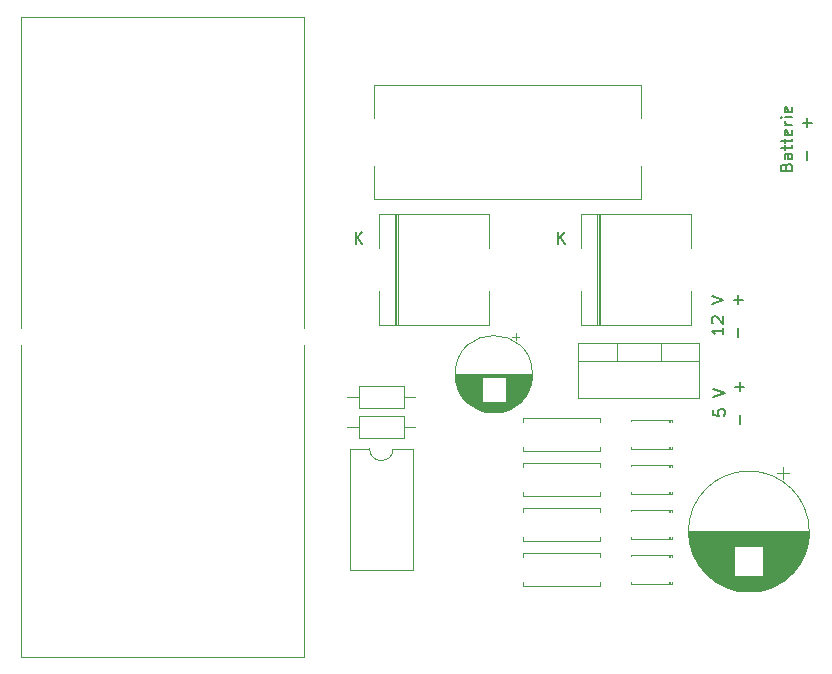
<source format=gto>
G04 #@! TF.GenerationSoftware,KiCad,Pcbnew,5.1.5+dfsg1-2build2*
G04 #@! TF.CreationDate,2020-11-09T00:04:35+01:00*
G04 #@! TF.ProjectId,power-supply,706f7765-722d-4737-9570-706c792e6b69,rev?*
G04 #@! TF.SameCoordinates,PX292dfe0PY1f3f830*
G04 #@! TF.FileFunction,Legend,Top*
G04 #@! TF.FilePolarity,Positive*
%FSLAX46Y46*%
G04 Gerber Fmt 4.6, Leading zero omitted, Abs format (unit mm)*
G04 Created by KiCad (PCBNEW 5.1.5+dfsg1-2build2) date 2020-11-09 00:04:35*
%MOMM*%
%LPD*%
G04 APERTURE LIST*
%ADD10C,0.150000*%
%ADD11C,0.120000*%
G04 APERTURE END LIST*
D10*
X61111380Y-33464428D02*
X61111380Y-33940619D01*
X61587571Y-33988238D01*
X61539952Y-33940619D01*
X61492333Y-33845380D01*
X61492333Y-33607285D01*
X61539952Y-33512047D01*
X61587571Y-33464428D01*
X61682809Y-33416809D01*
X61920904Y-33416809D01*
X62016142Y-33464428D01*
X62063761Y-33512047D01*
X62111380Y-33607285D01*
X62111380Y-33845380D01*
X62063761Y-33940619D01*
X62016142Y-33988238D01*
X61111380Y-32369190D02*
X62111380Y-32035857D01*
X61111380Y-31702523D01*
X63380428Y-34654904D02*
X63380428Y-33893000D01*
X63380428Y-31893000D02*
X63380428Y-31131095D01*
X63761380Y-31512047D02*
X62999476Y-31512047D01*
X61984380Y-26527000D02*
X61984380Y-27098428D01*
X61984380Y-26812714D02*
X60984380Y-26812714D01*
X61127238Y-26907952D01*
X61222476Y-27003190D01*
X61270095Y-27098428D01*
X61079619Y-26146047D02*
X61032000Y-26098428D01*
X60984380Y-26003190D01*
X60984380Y-25765095D01*
X61032000Y-25669857D01*
X61079619Y-25622238D01*
X61174857Y-25574619D01*
X61270095Y-25574619D01*
X61412952Y-25622238D01*
X61984380Y-26193666D01*
X61984380Y-25574619D01*
X60984380Y-24527000D02*
X61984380Y-24193666D01*
X60984380Y-23860333D01*
X63253428Y-27288904D02*
X63253428Y-26527000D01*
X63253428Y-24527000D02*
X63253428Y-23765095D01*
X63634380Y-24146047D02*
X62872476Y-24146047D01*
X67302571Y-12898142D02*
X67350190Y-12755285D01*
X67397809Y-12707666D01*
X67493047Y-12660047D01*
X67635904Y-12660047D01*
X67731142Y-12707666D01*
X67778761Y-12755285D01*
X67826380Y-12850523D01*
X67826380Y-13231476D01*
X66826380Y-13231476D01*
X66826380Y-12898142D01*
X66874000Y-12802904D01*
X66921619Y-12755285D01*
X67016857Y-12707666D01*
X67112095Y-12707666D01*
X67207333Y-12755285D01*
X67254952Y-12802904D01*
X67302571Y-12898142D01*
X67302571Y-13231476D01*
X67826380Y-11802904D02*
X67302571Y-11802904D01*
X67207333Y-11850523D01*
X67159714Y-11945761D01*
X67159714Y-12136238D01*
X67207333Y-12231476D01*
X67778761Y-11802904D02*
X67826380Y-11898142D01*
X67826380Y-12136238D01*
X67778761Y-12231476D01*
X67683523Y-12279095D01*
X67588285Y-12279095D01*
X67493047Y-12231476D01*
X67445428Y-12136238D01*
X67445428Y-11898142D01*
X67397809Y-11802904D01*
X67159714Y-11469571D02*
X67159714Y-11088619D01*
X66826380Y-11326714D02*
X67683523Y-11326714D01*
X67778761Y-11279095D01*
X67826380Y-11183857D01*
X67826380Y-11088619D01*
X67159714Y-10898142D02*
X67159714Y-10517190D01*
X66826380Y-10755285D02*
X67683523Y-10755285D01*
X67778761Y-10707666D01*
X67826380Y-10612428D01*
X67826380Y-10517190D01*
X67778761Y-9802904D02*
X67826380Y-9898142D01*
X67826380Y-10088619D01*
X67778761Y-10183857D01*
X67683523Y-10231476D01*
X67302571Y-10231476D01*
X67207333Y-10183857D01*
X67159714Y-10088619D01*
X67159714Y-9898142D01*
X67207333Y-9802904D01*
X67302571Y-9755285D01*
X67397809Y-9755285D01*
X67493047Y-10231476D01*
X67826380Y-9326714D02*
X67159714Y-9326714D01*
X67350190Y-9326714D02*
X67254952Y-9279095D01*
X67207333Y-9231476D01*
X67159714Y-9136238D01*
X67159714Y-9041000D01*
X67826380Y-8707666D02*
X67159714Y-8707666D01*
X66826380Y-8707666D02*
X66874000Y-8755285D01*
X66921619Y-8707666D01*
X66874000Y-8660047D01*
X66826380Y-8707666D01*
X66921619Y-8707666D01*
X67778761Y-7850523D02*
X67826380Y-7945761D01*
X67826380Y-8136238D01*
X67778761Y-8231476D01*
X67683523Y-8279095D01*
X67302571Y-8279095D01*
X67207333Y-8231476D01*
X67159714Y-8136238D01*
X67159714Y-7945761D01*
X67207333Y-7850523D01*
X67302571Y-7802904D01*
X67397809Y-7802904D01*
X67493047Y-8279095D01*
X69095428Y-12302904D02*
X69095428Y-11541000D01*
X69095428Y-9541000D02*
X69095428Y-8779095D01*
X69476380Y-9160047D02*
X68714476Y-9160047D01*
D11*
X57590000Y-48250000D02*
X54170000Y-48250000D01*
X57590000Y-45730000D02*
X54170000Y-45730000D01*
X57590000Y-48250000D02*
X57590000Y-48070000D01*
X57590000Y-45910000D02*
X57590000Y-45730000D01*
X54170000Y-48250000D02*
X54170000Y-48085000D01*
X54170000Y-45895000D02*
X54170000Y-45730000D01*
X57470000Y-48250000D02*
X57470000Y-48070000D01*
X57470000Y-45910000D02*
X57470000Y-45730000D01*
X57350000Y-48250000D02*
X57350000Y-48070000D01*
X57350000Y-45910000D02*
X57350000Y-45730000D01*
X57590000Y-44440000D02*
X54170000Y-44440000D01*
X57590000Y-41920000D02*
X54170000Y-41920000D01*
X57590000Y-44440000D02*
X57590000Y-44260000D01*
X57590000Y-42100000D02*
X57590000Y-41920000D01*
X54170000Y-44440000D02*
X54170000Y-44275000D01*
X54170000Y-42085000D02*
X54170000Y-41920000D01*
X57470000Y-44440000D02*
X57470000Y-44260000D01*
X57470000Y-42100000D02*
X57470000Y-41920000D01*
X57350000Y-44440000D02*
X57350000Y-44260000D01*
X57350000Y-42100000D02*
X57350000Y-41920000D01*
X57350000Y-34480000D02*
X57350000Y-34300000D01*
X57350000Y-36820000D02*
X57350000Y-36640000D01*
X57470000Y-34480000D02*
X57470000Y-34300000D01*
X57470000Y-36820000D02*
X57470000Y-36640000D01*
X54170000Y-34465000D02*
X54170000Y-34300000D01*
X54170000Y-36820000D02*
X54170000Y-36655000D01*
X57590000Y-34480000D02*
X57590000Y-34300000D01*
X57590000Y-36820000D02*
X57590000Y-36640000D01*
X57590000Y-34300000D02*
X54170000Y-34300000D01*
X57590000Y-36820000D02*
X54170000Y-36820000D01*
X57350000Y-38290000D02*
X57350000Y-38110000D01*
X57350000Y-40630000D02*
X57350000Y-40450000D01*
X57470000Y-38290000D02*
X57470000Y-38110000D01*
X57470000Y-40630000D02*
X57470000Y-40450000D01*
X54170000Y-38275000D02*
X54170000Y-38110000D01*
X54170000Y-40630000D02*
X54170000Y-40465000D01*
X57590000Y-38290000D02*
X57590000Y-38110000D01*
X57590000Y-40630000D02*
X57590000Y-40450000D01*
X57590000Y-38110000D02*
X54170000Y-38110000D01*
X57590000Y-40630000D02*
X54170000Y-40630000D01*
X54985000Y-15595000D02*
X54985000Y-12795000D01*
X54985000Y-8795000D02*
X54985000Y-5995000D01*
X32385000Y-8795000D02*
X32385000Y-5995000D01*
X32385000Y-5995000D02*
X54985000Y-5995000D01*
X32385000Y-15595000D02*
X54985000Y-15595000D01*
X32385000Y-15595000D02*
X32385000Y-12795000D01*
X34020000Y-36770000D02*
G75*
G02X32020000Y-36770000I-1000000J0D01*
G01*
X32020000Y-36770000D02*
X30370000Y-36770000D01*
X30370000Y-36770000D02*
X30370000Y-47050000D01*
X30370000Y-47050000D02*
X35670000Y-47050000D01*
X35670000Y-47050000D02*
X35670000Y-36770000D01*
X35670000Y-36770000D02*
X34020000Y-36770000D01*
X51530000Y-44550000D02*
X51530000Y-44220000D01*
X44990000Y-44550000D02*
X51530000Y-44550000D01*
X44990000Y-44220000D02*
X44990000Y-44550000D01*
X51530000Y-41810000D02*
X51530000Y-42140000D01*
X44990000Y-41810000D02*
X51530000Y-41810000D01*
X44990000Y-42140000D02*
X44990000Y-41810000D01*
X51530000Y-48360000D02*
X51530000Y-48030000D01*
X44990000Y-48360000D02*
X51530000Y-48360000D01*
X44990000Y-48030000D02*
X44990000Y-48360000D01*
X51530000Y-45620000D02*
X51530000Y-45950000D01*
X44990000Y-45620000D02*
X51530000Y-45620000D01*
X44990000Y-45950000D02*
X44990000Y-45620000D01*
X51530000Y-40410000D02*
X51530000Y-40740000D01*
X51530000Y-40740000D02*
X44990000Y-40740000D01*
X44990000Y-40740000D02*
X44990000Y-40410000D01*
X51530000Y-38330000D02*
X51530000Y-38000000D01*
X51530000Y-38000000D02*
X44990000Y-38000000D01*
X44990000Y-38000000D02*
X44990000Y-38330000D01*
X44990000Y-34520000D02*
X44990000Y-34190000D01*
X44990000Y-34190000D02*
X51530000Y-34190000D01*
X51530000Y-34190000D02*
X51530000Y-34520000D01*
X44990000Y-36600000D02*
X44990000Y-36930000D01*
X44990000Y-36930000D02*
X51530000Y-36930000D01*
X51530000Y-36930000D02*
X51530000Y-36600000D01*
X30150000Y-32385000D02*
X31100000Y-32385000D01*
X35890000Y-32385000D02*
X34940000Y-32385000D01*
X31100000Y-33305000D02*
X34940000Y-33305000D01*
X31100000Y-31465000D02*
X31100000Y-33305000D01*
X34940000Y-31465000D02*
X31100000Y-31465000D01*
X34940000Y-33305000D02*
X34940000Y-31465000D01*
X31100000Y-34005000D02*
X31100000Y-35845000D01*
X31100000Y-35845000D02*
X34940000Y-35845000D01*
X34940000Y-35845000D02*
X34940000Y-34005000D01*
X34940000Y-34005000D02*
X31100000Y-34005000D01*
X30150000Y-34925000D02*
X31100000Y-34925000D01*
X35890000Y-34925000D02*
X34940000Y-34925000D01*
X45815000Y-30460000D02*
G75*
G03X45815000Y-30460000I-3270000J0D01*
G01*
X45775000Y-30460000D02*
X39315000Y-30460000D01*
X45775000Y-30500000D02*
X39315000Y-30500000D01*
X45775000Y-30540000D02*
X39315000Y-30540000D01*
X45773000Y-30580000D02*
X39317000Y-30580000D01*
X45772000Y-30620000D02*
X39318000Y-30620000D01*
X45769000Y-30660000D02*
X39321000Y-30660000D01*
X45767000Y-30700000D02*
X43585000Y-30700000D01*
X41505000Y-30700000D02*
X39323000Y-30700000D01*
X45763000Y-30740000D02*
X43585000Y-30740000D01*
X41505000Y-30740000D02*
X39327000Y-30740000D01*
X45760000Y-30780000D02*
X43585000Y-30780000D01*
X41505000Y-30780000D02*
X39330000Y-30780000D01*
X45756000Y-30820000D02*
X43585000Y-30820000D01*
X41505000Y-30820000D02*
X39334000Y-30820000D01*
X45751000Y-30860000D02*
X43585000Y-30860000D01*
X41505000Y-30860000D02*
X39339000Y-30860000D01*
X45746000Y-30900000D02*
X43585000Y-30900000D01*
X41505000Y-30900000D02*
X39344000Y-30900000D01*
X45740000Y-30940000D02*
X43585000Y-30940000D01*
X41505000Y-30940000D02*
X39350000Y-30940000D01*
X45734000Y-30980000D02*
X43585000Y-30980000D01*
X41505000Y-30980000D02*
X39356000Y-30980000D01*
X45727000Y-31020000D02*
X43585000Y-31020000D01*
X41505000Y-31020000D02*
X39363000Y-31020000D01*
X45720000Y-31060000D02*
X43585000Y-31060000D01*
X41505000Y-31060000D02*
X39370000Y-31060000D01*
X45712000Y-31100000D02*
X43585000Y-31100000D01*
X41505000Y-31100000D02*
X39378000Y-31100000D01*
X45704000Y-31140000D02*
X43585000Y-31140000D01*
X41505000Y-31140000D02*
X39386000Y-31140000D01*
X45695000Y-31181000D02*
X43585000Y-31181000D01*
X41505000Y-31181000D02*
X39395000Y-31181000D01*
X45686000Y-31221000D02*
X43585000Y-31221000D01*
X41505000Y-31221000D02*
X39404000Y-31221000D01*
X45676000Y-31261000D02*
X43585000Y-31261000D01*
X41505000Y-31261000D02*
X39414000Y-31261000D01*
X45666000Y-31301000D02*
X43585000Y-31301000D01*
X41505000Y-31301000D02*
X39424000Y-31301000D01*
X45655000Y-31341000D02*
X43585000Y-31341000D01*
X41505000Y-31341000D02*
X39435000Y-31341000D01*
X45643000Y-31381000D02*
X43585000Y-31381000D01*
X41505000Y-31381000D02*
X39447000Y-31381000D01*
X45631000Y-31421000D02*
X43585000Y-31421000D01*
X41505000Y-31421000D02*
X39459000Y-31421000D01*
X45619000Y-31461000D02*
X43585000Y-31461000D01*
X41505000Y-31461000D02*
X39471000Y-31461000D01*
X45606000Y-31501000D02*
X43585000Y-31501000D01*
X41505000Y-31501000D02*
X39484000Y-31501000D01*
X45592000Y-31541000D02*
X43585000Y-31541000D01*
X41505000Y-31541000D02*
X39498000Y-31541000D01*
X45578000Y-31581000D02*
X43585000Y-31581000D01*
X41505000Y-31581000D02*
X39512000Y-31581000D01*
X45563000Y-31621000D02*
X43585000Y-31621000D01*
X41505000Y-31621000D02*
X39527000Y-31621000D01*
X45547000Y-31661000D02*
X43585000Y-31661000D01*
X41505000Y-31661000D02*
X39543000Y-31661000D01*
X45531000Y-31701000D02*
X43585000Y-31701000D01*
X41505000Y-31701000D02*
X39559000Y-31701000D01*
X45515000Y-31741000D02*
X43585000Y-31741000D01*
X41505000Y-31741000D02*
X39575000Y-31741000D01*
X45497000Y-31781000D02*
X43585000Y-31781000D01*
X41505000Y-31781000D02*
X39593000Y-31781000D01*
X45479000Y-31821000D02*
X43585000Y-31821000D01*
X41505000Y-31821000D02*
X39611000Y-31821000D01*
X45461000Y-31861000D02*
X43585000Y-31861000D01*
X41505000Y-31861000D02*
X39629000Y-31861000D01*
X45441000Y-31901000D02*
X43585000Y-31901000D01*
X41505000Y-31901000D02*
X39649000Y-31901000D01*
X45421000Y-31941000D02*
X43585000Y-31941000D01*
X41505000Y-31941000D02*
X39669000Y-31941000D01*
X45401000Y-31981000D02*
X43585000Y-31981000D01*
X41505000Y-31981000D02*
X39689000Y-31981000D01*
X45379000Y-32021000D02*
X43585000Y-32021000D01*
X41505000Y-32021000D02*
X39711000Y-32021000D01*
X45357000Y-32061000D02*
X43585000Y-32061000D01*
X41505000Y-32061000D02*
X39733000Y-32061000D01*
X45335000Y-32101000D02*
X43585000Y-32101000D01*
X41505000Y-32101000D02*
X39755000Y-32101000D01*
X45311000Y-32141000D02*
X43585000Y-32141000D01*
X41505000Y-32141000D02*
X39779000Y-32141000D01*
X45287000Y-32181000D02*
X43585000Y-32181000D01*
X41505000Y-32181000D02*
X39803000Y-32181000D01*
X45261000Y-32221000D02*
X43585000Y-32221000D01*
X41505000Y-32221000D02*
X39829000Y-32221000D01*
X45235000Y-32261000D02*
X43585000Y-32261000D01*
X41505000Y-32261000D02*
X39855000Y-32261000D01*
X45209000Y-32301000D02*
X43585000Y-32301000D01*
X41505000Y-32301000D02*
X39881000Y-32301000D01*
X45181000Y-32341000D02*
X43585000Y-32341000D01*
X41505000Y-32341000D02*
X39909000Y-32341000D01*
X45152000Y-32381000D02*
X43585000Y-32381000D01*
X41505000Y-32381000D02*
X39938000Y-32381000D01*
X45123000Y-32421000D02*
X43585000Y-32421000D01*
X41505000Y-32421000D02*
X39967000Y-32421000D01*
X45093000Y-32461000D02*
X43585000Y-32461000D01*
X41505000Y-32461000D02*
X39997000Y-32461000D01*
X45061000Y-32501000D02*
X43585000Y-32501000D01*
X41505000Y-32501000D02*
X40029000Y-32501000D01*
X45029000Y-32541000D02*
X43585000Y-32541000D01*
X41505000Y-32541000D02*
X40061000Y-32541000D01*
X44995000Y-32581000D02*
X43585000Y-32581000D01*
X41505000Y-32581000D02*
X40095000Y-32581000D01*
X44961000Y-32621000D02*
X43585000Y-32621000D01*
X41505000Y-32621000D02*
X40129000Y-32621000D01*
X44925000Y-32661000D02*
X43585000Y-32661000D01*
X41505000Y-32661000D02*
X40165000Y-32661000D01*
X44888000Y-32701000D02*
X43585000Y-32701000D01*
X41505000Y-32701000D02*
X40202000Y-32701000D01*
X44850000Y-32741000D02*
X43585000Y-32741000D01*
X41505000Y-32741000D02*
X40240000Y-32741000D01*
X44810000Y-32781000D02*
X40280000Y-32781000D01*
X44769000Y-32821000D02*
X40321000Y-32821000D01*
X44727000Y-32861000D02*
X40363000Y-32861000D01*
X44682000Y-32901000D02*
X40408000Y-32901000D01*
X44637000Y-32941000D02*
X40453000Y-32941000D01*
X44589000Y-32981000D02*
X40501000Y-32981000D01*
X44540000Y-33021000D02*
X40550000Y-33021000D01*
X44489000Y-33061000D02*
X40601000Y-33061000D01*
X44435000Y-33101000D02*
X40655000Y-33101000D01*
X44379000Y-33141000D02*
X40711000Y-33141000D01*
X44321000Y-33181000D02*
X40769000Y-33181000D01*
X44259000Y-33221000D02*
X40831000Y-33221000D01*
X44195000Y-33261000D02*
X40895000Y-33261000D01*
X44126000Y-33301000D02*
X40964000Y-33301000D01*
X44054000Y-33341000D02*
X41036000Y-33341000D01*
X43977000Y-33381000D02*
X41113000Y-33381000D01*
X43895000Y-33421000D02*
X41195000Y-33421000D01*
X43807000Y-33461000D02*
X41283000Y-33461000D01*
X43710000Y-33501000D02*
X41380000Y-33501000D01*
X43604000Y-33541000D02*
X41486000Y-33541000D01*
X43485000Y-33581000D02*
X41605000Y-33581000D01*
X43347000Y-33621000D02*
X41743000Y-33621000D01*
X43178000Y-33661000D02*
X41912000Y-33661000D01*
X42947000Y-33701000D02*
X42143000Y-33701000D01*
X44384000Y-26959759D02*
X44384000Y-27589759D01*
X44699000Y-27274759D02*
X44069000Y-27274759D01*
X69255000Y-43775000D02*
G75*
G03X69255000Y-43775000I-5120000J0D01*
G01*
X69215000Y-43775000D02*
X59055000Y-43775000D01*
X69215000Y-43815000D02*
X59055000Y-43815000D01*
X69215000Y-43855000D02*
X59055000Y-43855000D01*
X69214000Y-43895000D02*
X59056000Y-43895000D01*
X69213000Y-43935000D02*
X59057000Y-43935000D01*
X69212000Y-43975000D02*
X59058000Y-43975000D01*
X69210000Y-44015000D02*
X59060000Y-44015000D01*
X69208000Y-44055000D02*
X59062000Y-44055000D01*
X69205000Y-44095000D02*
X59065000Y-44095000D01*
X69203000Y-44135000D02*
X59067000Y-44135000D01*
X69200000Y-44175000D02*
X59070000Y-44175000D01*
X69197000Y-44215000D02*
X59073000Y-44215000D01*
X69193000Y-44255000D02*
X59077000Y-44255000D01*
X69189000Y-44295000D02*
X59081000Y-44295000D01*
X69185000Y-44335000D02*
X59085000Y-44335000D01*
X69180000Y-44375000D02*
X59090000Y-44375000D01*
X69175000Y-44415000D02*
X59095000Y-44415000D01*
X69170000Y-44455000D02*
X59100000Y-44455000D01*
X69165000Y-44496000D02*
X59105000Y-44496000D01*
X69159000Y-44536000D02*
X59111000Y-44536000D01*
X69153000Y-44576000D02*
X59117000Y-44576000D01*
X69146000Y-44616000D02*
X59124000Y-44616000D01*
X69139000Y-44656000D02*
X59131000Y-44656000D01*
X69132000Y-44696000D02*
X59138000Y-44696000D01*
X69125000Y-44736000D02*
X59145000Y-44736000D01*
X69117000Y-44776000D02*
X59153000Y-44776000D01*
X69109000Y-44816000D02*
X59161000Y-44816000D01*
X69100000Y-44856000D02*
X59170000Y-44856000D01*
X69091000Y-44896000D02*
X59179000Y-44896000D01*
X69082000Y-44936000D02*
X59188000Y-44936000D01*
X69073000Y-44976000D02*
X59197000Y-44976000D01*
X69063000Y-45016000D02*
X59207000Y-45016000D01*
X69053000Y-45056000D02*
X65376000Y-45056000D01*
X62894000Y-45056000D02*
X59217000Y-45056000D01*
X69042000Y-45096000D02*
X65376000Y-45096000D01*
X62894000Y-45096000D02*
X59228000Y-45096000D01*
X69032000Y-45136000D02*
X65376000Y-45136000D01*
X62894000Y-45136000D02*
X59238000Y-45136000D01*
X69020000Y-45176000D02*
X65376000Y-45176000D01*
X62894000Y-45176000D02*
X59250000Y-45176000D01*
X69009000Y-45216000D02*
X65376000Y-45216000D01*
X62894000Y-45216000D02*
X59261000Y-45216000D01*
X68997000Y-45256000D02*
X65376000Y-45256000D01*
X62894000Y-45256000D02*
X59273000Y-45256000D01*
X68985000Y-45296000D02*
X65376000Y-45296000D01*
X62894000Y-45296000D02*
X59285000Y-45296000D01*
X68972000Y-45336000D02*
X65376000Y-45336000D01*
X62894000Y-45336000D02*
X59298000Y-45336000D01*
X68959000Y-45376000D02*
X65376000Y-45376000D01*
X62894000Y-45376000D02*
X59311000Y-45376000D01*
X68946000Y-45416000D02*
X65376000Y-45416000D01*
X62894000Y-45416000D02*
X59324000Y-45416000D01*
X68932000Y-45456000D02*
X65376000Y-45456000D01*
X62894000Y-45456000D02*
X59338000Y-45456000D01*
X68918000Y-45496000D02*
X65376000Y-45496000D01*
X62894000Y-45496000D02*
X59352000Y-45496000D01*
X68903000Y-45536000D02*
X65376000Y-45536000D01*
X62894000Y-45536000D02*
X59367000Y-45536000D01*
X68889000Y-45576000D02*
X65376000Y-45576000D01*
X62894000Y-45576000D02*
X59381000Y-45576000D01*
X68873000Y-45616000D02*
X65376000Y-45616000D01*
X62894000Y-45616000D02*
X59397000Y-45616000D01*
X68858000Y-45656000D02*
X65376000Y-45656000D01*
X62894000Y-45656000D02*
X59412000Y-45656000D01*
X68842000Y-45696000D02*
X65376000Y-45696000D01*
X62894000Y-45696000D02*
X59428000Y-45696000D01*
X68825000Y-45736000D02*
X65376000Y-45736000D01*
X62894000Y-45736000D02*
X59445000Y-45736000D01*
X68809000Y-45776000D02*
X65376000Y-45776000D01*
X62894000Y-45776000D02*
X59461000Y-45776000D01*
X68792000Y-45816000D02*
X65376000Y-45816000D01*
X62894000Y-45816000D02*
X59478000Y-45816000D01*
X68774000Y-45856000D02*
X65376000Y-45856000D01*
X62894000Y-45856000D02*
X59496000Y-45856000D01*
X68756000Y-45896000D02*
X65376000Y-45896000D01*
X62894000Y-45896000D02*
X59514000Y-45896000D01*
X68738000Y-45936000D02*
X65376000Y-45936000D01*
X62894000Y-45936000D02*
X59532000Y-45936000D01*
X68719000Y-45976000D02*
X65376000Y-45976000D01*
X62894000Y-45976000D02*
X59551000Y-45976000D01*
X68699000Y-46016000D02*
X65376000Y-46016000D01*
X62894000Y-46016000D02*
X59571000Y-46016000D01*
X68680000Y-46056000D02*
X65376000Y-46056000D01*
X62894000Y-46056000D02*
X59590000Y-46056000D01*
X68660000Y-46096000D02*
X65376000Y-46096000D01*
X62894000Y-46096000D02*
X59610000Y-46096000D01*
X68639000Y-46136000D02*
X65376000Y-46136000D01*
X62894000Y-46136000D02*
X59631000Y-46136000D01*
X68618000Y-46176000D02*
X65376000Y-46176000D01*
X62894000Y-46176000D02*
X59652000Y-46176000D01*
X68597000Y-46216000D02*
X65376000Y-46216000D01*
X62894000Y-46216000D02*
X59673000Y-46216000D01*
X68575000Y-46256000D02*
X65376000Y-46256000D01*
X62894000Y-46256000D02*
X59695000Y-46256000D01*
X68552000Y-46296000D02*
X65376000Y-46296000D01*
X62894000Y-46296000D02*
X59718000Y-46296000D01*
X68530000Y-46336000D02*
X65376000Y-46336000D01*
X62894000Y-46336000D02*
X59740000Y-46336000D01*
X68506000Y-46376000D02*
X65376000Y-46376000D01*
X62894000Y-46376000D02*
X59764000Y-46376000D01*
X68482000Y-46416000D02*
X65376000Y-46416000D01*
X62894000Y-46416000D02*
X59788000Y-46416000D01*
X68458000Y-46456000D02*
X65376000Y-46456000D01*
X62894000Y-46456000D02*
X59812000Y-46456000D01*
X68433000Y-46496000D02*
X65376000Y-46496000D01*
X62894000Y-46496000D02*
X59837000Y-46496000D01*
X68408000Y-46536000D02*
X65376000Y-46536000D01*
X62894000Y-46536000D02*
X59862000Y-46536000D01*
X68382000Y-46576000D02*
X65376000Y-46576000D01*
X62894000Y-46576000D02*
X59888000Y-46576000D01*
X68356000Y-46616000D02*
X65376000Y-46616000D01*
X62894000Y-46616000D02*
X59914000Y-46616000D01*
X68329000Y-46656000D02*
X65376000Y-46656000D01*
X62894000Y-46656000D02*
X59941000Y-46656000D01*
X68301000Y-46696000D02*
X65376000Y-46696000D01*
X62894000Y-46696000D02*
X59969000Y-46696000D01*
X68273000Y-46736000D02*
X65376000Y-46736000D01*
X62894000Y-46736000D02*
X59997000Y-46736000D01*
X68245000Y-46776000D02*
X65376000Y-46776000D01*
X62894000Y-46776000D02*
X60025000Y-46776000D01*
X68215000Y-46816000D02*
X65376000Y-46816000D01*
X62894000Y-46816000D02*
X60055000Y-46816000D01*
X68185000Y-46856000D02*
X65376000Y-46856000D01*
X62894000Y-46856000D02*
X60085000Y-46856000D01*
X68155000Y-46896000D02*
X65376000Y-46896000D01*
X62894000Y-46896000D02*
X60115000Y-46896000D01*
X68124000Y-46936000D02*
X65376000Y-46936000D01*
X62894000Y-46936000D02*
X60146000Y-46936000D01*
X68092000Y-46976000D02*
X65376000Y-46976000D01*
X62894000Y-46976000D02*
X60178000Y-46976000D01*
X68060000Y-47016000D02*
X65376000Y-47016000D01*
X62894000Y-47016000D02*
X60210000Y-47016000D01*
X68027000Y-47056000D02*
X65376000Y-47056000D01*
X62894000Y-47056000D02*
X60243000Y-47056000D01*
X67993000Y-47096000D02*
X65376000Y-47096000D01*
X62894000Y-47096000D02*
X60277000Y-47096000D01*
X67959000Y-47136000D02*
X65376000Y-47136000D01*
X62894000Y-47136000D02*
X60311000Y-47136000D01*
X67924000Y-47176000D02*
X65376000Y-47176000D01*
X62894000Y-47176000D02*
X60346000Y-47176000D01*
X67888000Y-47216000D02*
X65376000Y-47216000D01*
X62894000Y-47216000D02*
X60382000Y-47216000D01*
X67851000Y-47256000D02*
X65376000Y-47256000D01*
X62894000Y-47256000D02*
X60419000Y-47256000D01*
X67814000Y-47296000D02*
X65376000Y-47296000D01*
X62894000Y-47296000D02*
X60456000Y-47296000D01*
X67775000Y-47336000D02*
X65376000Y-47336000D01*
X62894000Y-47336000D02*
X60495000Y-47336000D01*
X67736000Y-47376000D02*
X65376000Y-47376000D01*
X62894000Y-47376000D02*
X60534000Y-47376000D01*
X67696000Y-47416000D02*
X65376000Y-47416000D01*
X62894000Y-47416000D02*
X60574000Y-47416000D01*
X67655000Y-47456000D02*
X65376000Y-47456000D01*
X62894000Y-47456000D02*
X60615000Y-47456000D01*
X67613000Y-47496000D02*
X65376000Y-47496000D01*
X62894000Y-47496000D02*
X60657000Y-47496000D01*
X67571000Y-47536000D02*
X60699000Y-47536000D01*
X67527000Y-47576000D02*
X60743000Y-47576000D01*
X67482000Y-47616000D02*
X60788000Y-47616000D01*
X67436000Y-47656000D02*
X60834000Y-47656000D01*
X67389000Y-47696000D02*
X60881000Y-47696000D01*
X67341000Y-47736000D02*
X60929000Y-47736000D01*
X67291000Y-47776000D02*
X60979000Y-47776000D01*
X67241000Y-47816000D02*
X61029000Y-47816000D01*
X67189000Y-47856000D02*
X61081000Y-47856000D01*
X67135000Y-47896000D02*
X61135000Y-47896000D01*
X67080000Y-47936000D02*
X61190000Y-47936000D01*
X67024000Y-47976000D02*
X61246000Y-47976000D01*
X66965000Y-48016000D02*
X61305000Y-48016000D01*
X66905000Y-48056000D02*
X61365000Y-48056000D01*
X66844000Y-48096000D02*
X61426000Y-48096000D01*
X66780000Y-48136000D02*
X61490000Y-48136000D01*
X66714000Y-48176000D02*
X61556000Y-48176000D01*
X66645000Y-48216000D02*
X61625000Y-48216000D01*
X66574000Y-48256000D02*
X61696000Y-48256000D01*
X66500000Y-48296000D02*
X61770000Y-48296000D01*
X66424000Y-48336000D02*
X61846000Y-48336000D01*
X66344000Y-48376000D02*
X61926000Y-48376000D01*
X66260000Y-48416000D02*
X62010000Y-48416000D01*
X66172000Y-48456000D02*
X62098000Y-48456000D01*
X66079000Y-48496000D02*
X62191000Y-48496000D01*
X65981000Y-48536000D02*
X62289000Y-48536000D01*
X65877000Y-48576000D02*
X62393000Y-48576000D01*
X65765000Y-48616000D02*
X62505000Y-48616000D01*
X65645000Y-48656000D02*
X62625000Y-48656000D01*
X65513000Y-48696000D02*
X62757000Y-48696000D01*
X65365000Y-48736000D02*
X62905000Y-48736000D01*
X65197000Y-48776000D02*
X63073000Y-48776000D01*
X64997000Y-48816000D02*
X63273000Y-48816000D01*
X64734000Y-48856000D02*
X63536000Y-48856000D01*
X67010000Y-38295354D02*
X67010000Y-39295354D01*
X67510000Y-38795354D02*
X66510000Y-38795354D01*
X51305000Y-16920000D02*
X51305000Y-26260000D01*
X51545000Y-16920000D02*
X51545000Y-26260000D01*
X51425000Y-16920000D02*
X51425000Y-26260000D01*
X59280000Y-26260000D02*
X59280000Y-23430000D01*
X49940000Y-26260000D02*
X59280000Y-26260000D01*
X49940000Y-23430000D02*
X49940000Y-26260000D01*
X59280000Y-16920000D02*
X59280000Y-19750000D01*
X49940000Y-16920000D02*
X59280000Y-16920000D01*
X49940000Y-19750000D02*
X49940000Y-16920000D01*
X32795000Y-19750000D02*
X32795000Y-16920000D01*
X32795000Y-16920000D02*
X42135000Y-16920000D01*
X42135000Y-16920000D02*
X42135000Y-19750000D01*
X32795000Y-23430000D02*
X32795000Y-26260000D01*
X32795000Y-26260000D02*
X42135000Y-26260000D01*
X42135000Y-26260000D02*
X42135000Y-23430000D01*
X34280000Y-16920000D02*
X34280000Y-26260000D01*
X34400000Y-16920000D02*
X34400000Y-26260000D01*
X34160000Y-16920000D02*
X34160000Y-26260000D01*
X2475000Y-54425000D02*
X2475000Y-28030000D01*
X2475000Y-26580000D02*
X2475000Y-185000D01*
X26515000Y-54425000D02*
X26515000Y-28030000D01*
X26515000Y-26580000D02*
X26515000Y-185000D01*
X2475000Y-54425000D02*
X26515000Y-54425000D01*
X2475000Y-185000D02*
X26515000Y-185000D01*
X49714000Y-27845000D02*
X59955000Y-27845000D01*
X49714000Y-32486000D02*
X59955000Y-32486000D01*
X49714000Y-27845000D02*
X49714000Y-32486000D01*
X59955000Y-27845000D02*
X59955000Y-32486000D01*
X49714000Y-29355000D02*
X59955000Y-29355000D01*
X52985000Y-27845000D02*
X52985000Y-29355000D01*
X56685000Y-27845000D02*
X56685000Y-29355000D01*
D10*
X47998095Y-19442380D02*
X47998095Y-18442380D01*
X48569523Y-19442380D02*
X48140952Y-18870952D01*
X48569523Y-18442380D02*
X47998095Y-19013809D01*
X30853095Y-19442380D02*
X30853095Y-18442380D01*
X31424523Y-19442380D02*
X30995952Y-18870952D01*
X31424523Y-18442380D02*
X30853095Y-19013809D01*
M02*

</source>
